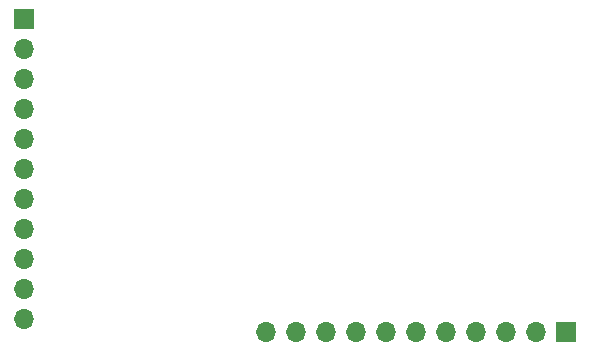
<source format=gbr>
%TF.GenerationSoftware,KiCad,Pcbnew,(6.0.8)*%
%TF.CreationDate,2023-03-11T21:42:28+01:00*%
%TF.ProjectId,RT5XP-EXP-Display,52543558-502d-4455-9850-2d446973706c,rev?*%
%TF.SameCoordinates,Original*%
%TF.FileFunction,Soldermask,Top*%
%TF.FilePolarity,Negative*%
%FSLAX46Y46*%
G04 Gerber Fmt 4.6, Leading zero omitted, Abs format (unit mm)*
G04 Created by KiCad (PCBNEW (6.0.8)) date 2023-03-11 21:42:28*
%MOMM*%
%LPD*%
G01*
G04 APERTURE LIST*
%ADD10R,1.700000X1.700000*%
%ADD11O,1.700000X1.700000*%
G04 APERTURE END LIST*
D10*
%TO.C,J1*%
X1300000Y-1300000D03*
D11*
X1300000Y-3840000D03*
X1300000Y-6380000D03*
X1300000Y-8920000D03*
X1300000Y-11460000D03*
X1300000Y-14000000D03*
X1300000Y-16540000D03*
X1300000Y-19080000D03*
X1300000Y-21620000D03*
X1300000Y-24160000D03*
X1300000Y-26700000D03*
%TD*%
%TO.C,J2*%
X21800000Y-27800000D03*
X24340000Y-27800000D03*
X26880000Y-27800000D03*
X29420000Y-27800000D03*
X31960000Y-27800000D03*
X34500000Y-27800000D03*
X37040000Y-27800000D03*
X39580000Y-27800000D03*
X42120000Y-27800000D03*
X44660000Y-27800000D03*
D10*
X47200000Y-27800000D03*
%TD*%
M02*

</source>
